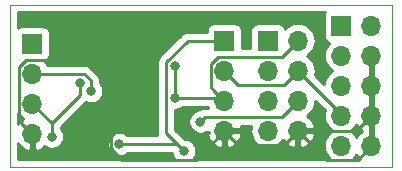
<source format=gbr>
G04 #@! TF.GenerationSoftware,KiCad,Pcbnew,(5.1.0)-1*
G04 #@! TF.CreationDate,2020-05-09T23:37:49+02:00*
G04 #@! TF.ProjectId,Token,546f6b65-6e2e-46b6-9963-61645f706362,rev?*
G04 #@! TF.SameCoordinates,Original*
G04 #@! TF.FileFunction,Copper,L2,Bot*
G04 #@! TF.FilePolarity,Positive*
%FSLAX46Y46*%
G04 Gerber Fmt 4.6, Leading zero omitted, Abs format (unit mm)*
G04 Created by KiCad (PCBNEW (5.1.0)-1) date 2020-05-09 23:37:49*
%MOMM*%
%LPD*%
G04 APERTURE LIST*
G04 #@! TA.AperFunction,NonConductor*
%ADD10C,0.050000*%
G04 #@! TD*
G04 #@! TA.AperFunction,ComponentPad*
%ADD11R,1.700000X1.700000*%
G04 #@! TD*
G04 #@! TA.AperFunction,ComponentPad*
%ADD12O,1.700000X1.700000*%
G04 #@! TD*
G04 #@! TA.AperFunction,ViaPad*
%ADD13C,0.800000*%
G04 #@! TD*
G04 #@! TA.AperFunction,Conductor*
%ADD14C,0.250000*%
G04 #@! TD*
G04 #@! TA.AperFunction,Conductor*
%ADD15C,0.254000*%
G04 #@! TD*
G04 APERTURE END LIST*
D10*
X138049000Y-49149000D02*
X138049000Y-48133000D01*
X170434000Y-49149000D02*
X138049000Y-49149000D01*
X138049000Y-35433000D02*
X138049000Y-48133000D01*
X170434000Y-35433000D02*
X138049000Y-35433000D01*
X170434000Y-49149000D02*
X170434000Y-35433000D01*
D11*
G04 #@! TO.P,J1,1*
G04 #@! TO.N,VCC*
X139954000Y-38735000D03*
D12*
G04 #@! TO.P,J1,2*
G04 #@! TO.N,TX_BUILDING*
X139954000Y-41275000D03*
G04 #@! TO.P,J1,3*
G04 #@! TO.N,RX_BUILDING*
X139954000Y-43815000D03*
G04 #@! TO.P,J1,4*
G04 #@! TO.N,GND*
X139954000Y-46355000D03*
G04 #@! TD*
G04 #@! TO.P,J2,4*
G04 #@! TO.N,GND*
X156210000Y-46101000D03*
G04 #@! TO.P,J2,3*
G04 #@! TO.N,TXD1_MISO*
X156210000Y-43561000D03*
G04 #@! TO.P,J2,2*
G04 #@! TO.N,RXD1_SCK*
X156210000Y-41021000D03*
D11*
G04 #@! TO.P,J2,1*
G04 #@! TO.N,VCC*
X156210000Y-38481000D03*
G04 #@! TD*
G04 #@! TO.P,J3,1*
G04 #@! TO.N,MOSI*
X166116000Y-37211000D03*
D12*
G04 #@! TO.P,J3,2*
G04 #@! TO.N,VCC*
X168656000Y-37211000D03*
G04 #@! TO.P,J3,3*
G04 #@! TO.N,Net-(J3-Pad3)*
X166116000Y-39751000D03*
G04 #@! TO.P,J3,4*
G04 #@! TO.N,GND*
X168656000Y-39751000D03*
G04 #@! TO.P,J3,5*
G04 #@! TO.N,RESET*
X166116000Y-42291000D03*
G04 #@! TO.P,J3,6*
G04 #@! TO.N,GND*
X168656000Y-42291000D03*
G04 #@! TO.P,J3,7*
G04 #@! TO.N,RXD1_SCK*
X166116000Y-44831000D03*
G04 #@! TO.P,J3,8*
G04 #@! TO.N,GND*
X168656000Y-44831000D03*
G04 #@! TO.P,J3,9*
G04 #@! TO.N,TXD1_MISO*
X166116000Y-47371000D03*
G04 #@! TO.P,J3,10*
G04 #@! TO.N,GND*
X168656000Y-47371000D03*
G04 #@! TD*
G04 #@! TO.P,J4,8*
G04 #@! TO.N,GND*
X162433000Y-46101000D03*
G04 #@! TO.P,J4,7*
G04 #@! TO.N,VCC*
X159893000Y-46101000D03*
G04 #@! TO.P,J4,6*
G04 #@! TO.N,CE*
X162433000Y-43561000D03*
G04 #@! TO.P,J4,5*
G04 #@! TO.N,CSN*
X159893000Y-43561000D03*
G04 #@! TO.P,J4,4*
G04 #@! TO.N,RXD1_SCK*
X162433000Y-41021000D03*
G04 #@! TO.P,J4,3*
G04 #@! TO.N,MOSI*
X159893000Y-41021000D03*
G04 #@! TO.P,J4,2*
G04 #@! TO.N,TXD1_MISO*
X162433000Y-38481000D03*
D11*
G04 #@! TO.P,J4,1*
G04 #@! TO.N,IRQ*
X159893000Y-38481000D03*
G04 #@! TD*
D13*
G04 #@! TO.N,TX_BUILDING*
X144907000Y-42762000D03*
G04 #@! TO.N,RX_BUILDING*
X141605000Y-46609000D03*
X144018000Y-42037000D03*
G04 #@! TO.N,GND*
X143383000Y-39370000D03*
X147574000Y-37973000D03*
G04 #@! TO.N,VCC*
X152781000Y-47821001D03*
X147320000Y-47244000D03*
G04 #@! TO.N,TXD1_MISO*
X152019000Y-40640000D03*
X152019000Y-43307000D03*
G04 #@! TO.N,CE*
X154178000Y-45339000D03*
G04 #@! TD*
D14*
G04 #@! TO.N,TX_BUILDING*
X141156081Y-41275000D02*
X139954000Y-41275000D01*
X144329002Y-41275000D02*
X141156081Y-41275000D01*
X144907000Y-41852998D02*
X144329002Y-41275000D01*
X144907000Y-42762000D02*
X144907000Y-41852998D01*
G04 #@! TO.N,RX_BUILDING*
X141605000Y-45466000D02*
X139954000Y-43815000D01*
X141605000Y-46609000D02*
X141605000Y-45466000D01*
X144018000Y-43053000D02*
X141605000Y-45466000D01*
X144018000Y-42037000D02*
X144018000Y-43053000D01*
G04 #@! TO.N,GND*
X167386000Y-46101000D02*
X168656000Y-44831000D01*
X162433000Y-46101000D02*
X167386000Y-46101000D01*
X139104001Y-45505001D02*
X139954000Y-46355000D01*
X138778999Y-45179999D02*
X139104001Y-45505001D01*
X138778999Y-40710999D02*
X138778999Y-45179999D01*
X139389999Y-40099999D02*
X138778999Y-40710999D01*
X142653001Y-40099999D02*
X139389999Y-40099999D01*
X143383000Y-39370000D02*
X142653001Y-40099999D01*
X143383000Y-39370000D02*
X146177000Y-39370000D01*
X146177000Y-39370000D02*
X147574000Y-37973000D01*
X163282999Y-46950999D02*
X162433000Y-46101000D01*
X164878001Y-48546001D02*
X163282999Y-46950999D01*
X167480999Y-48546001D02*
X164878001Y-48546001D01*
X168656000Y-47371000D02*
X167480999Y-48546001D01*
X161583001Y-46950999D02*
X162433000Y-46101000D01*
X161257999Y-47276001D02*
X161583001Y-46950999D01*
X157385001Y-47276001D02*
X161257999Y-47276001D01*
X156210000Y-46101000D02*
X157385001Y-47276001D01*
X147174001Y-38372999D02*
X147574000Y-37973000D01*
X146594999Y-38952001D02*
X147174001Y-38372999D01*
X146594999Y-47592001D02*
X146594999Y-38952001D01*
X147549000Y-48546002D02*
X146594999Y-47592001D01*
X153764998Y-48546002D02*
X147549000Y-48546002D01*
X156210000Y-46101000D02*
X153764998Y-48546002D01*
G04 #@! TO.N,VCC*
X155110000Y-38481000D02*
X156210000Y-38481000D01*
X153104998Y-38481000D02*
X155110000Y-38481000D01*
X151293999Y-40291999D02*
X153104998Y-38481000D01*
X151293999Y-46334000D02*
X151293999Y-40291999D01*
X152781000Y-47821001D02*
X151293999Y-46334000D01*
X152203999Y-47244000D02*
X152781000Y-47821001D01*
X147320000Y-47244000D02*
X152203999Y-47244000D01*
G04 #@! TO.N,RXD1_SCK*
X166116000Y-44704000D02*
X166116000Y-44831000D01*
X162433000Y-41021000D02*
X166116000Y-44704000D01*
X157059999Y-41870999D02*
X156210000Y-41021000D01*
X157385001Y-42196001D02*
X157059999Y-41870999D01*
X161257999Y-42196001D02*
X157385001Y-42196001D01*
X162433000Y-41021000D02*
X161257999Y-42196001D01*
G04 #@! TO.N,TXD1_MISO*
X152019000Y-40640000D02*
X152019000Y-43307000D01*
X155956000Y-43307000D02*
X156210000Y-43561000D01*
X152019000Y-43307000D02*
X155956000Y-43307000D01*
X155360001Y-42711001D02*
X156210000Y-43561000D01*
X155034999Y-42385999D02*
X155360001Y-42711001D01*
X155034999Y-40456999D02*
X155034999Y-42385999D01*
X155645999Y-39845999D02*
X155034999Y-40456999D01*
X161068001Y-39845999D02*
X155645999Y-39845999D01*
X162433000Y-38481000D02*
X161068001Y-39845999D01*
G04 #@! TO.N,CE*
X161583001Y-44410999D02*
X162433000Y-43561000D01*
X161068001Y-44925999D02*
X161583001Y-44410999D01*
X154591001Y-44925999D02*
X161068001Y-44925999D01*
X154178000Y-45339000D02*
X154591001Y-44925999D01*
G04 #@! TD*
D15*
G04 #@! TO.N,GND*
G36*
X167558412Y-48371269D02*
G01*
X167689023Y-48489000D01*
X167094532Y-48489000D01*
X167171134Y-48426134D01*
X167356706Y-48200014D01*
X167387584Y-48142244D01*
X167558412Y-48371269D01*
X167558412Y-48371269D01*
G37*
X167558412Y-48371269D02*
X167689023Y-48489000D01*
X167094532Y-48489000D01*
X167171134Y-48426134D01*
X167356706Y-48200014D01*
X167387584Y-48142244D01*
X167558412Y-48371269D01*
G36*
X164676498Y-36116820D02*
G01*
X164640188Y-36236518D01*
X164627928Y-36361000D01*
X164627928Y-38061000D01*
X164640188Y-38185482D01*
X164676498Y-38305180D01*
X164735463Y-38415494D01*
X164814815Y-38512185D01*
X164911506Y-38591537D01*
X165021820Y-38650502D01*
X165090687Y-38671393D01*
X165060866Y-38695866D01*
X164875294Y-38921986D01*
X164737401Y-39179966D01*
X164652487Y-39459889D01*
X164623815Y-39751000D01*
X164652487Y-40042111D01*
X164737401Y-40322034D01*
X164875294Y-40580014D01*
X165060866Y-40806134D01*
X165286986Y-40991706D01*
X165341791Y-41021000D01*
X165286986Y-41050294D01*
X165060866Y-41235866D01*
X164875294Y-41461986D01*
X164737401Y-41719966D01*
X164652487Y-41999889D01*
X164637622Y-42150820D01*
X163873797Y-41386996D01*
X163896513Y-41312111D01*
X163925185Y-41021000D01*
X163896513Y-40729889D01*
X163811599Y-40449966D01*
X163673706Y-40191986D01*
X163488134Y-39965866D01*
X163262014Y-39780294D01*
X163207209Y-39751000D01*
X163262014Y-39721706D01*
X163488134Y-39536134D01*
X163673706Y-39310014D01*
X163811599Y-39052034D01*
X163896513Y-38772111D01*
X163925185Y-38481000D01*
X163896513Y-38189889D01*
X163811599Y-37909966D01*
X163673706Y-37651986D01*
X163488134Y-37425866D01*
X163262014Y-37240294D01*
X163004034Y-37102401D01*
X162724111Y-37017487D01*
X162505950Y-36996000D01*
X162360050Y-36996000D01*
X162141889Y-37017487D01*
X161861966Y-37102401D01*
X161603986Y-37240294D01*
X161377866Y-37425866D01*
X161353393Y-37455687D01*
X161332502Y-37386820D01*
X161273537Y-37276506D01*
X161194185Y-37179815D01*
X161097494Y-37100463D01*
X160987180Y-37041498D01*
X160867482Y-37005188D01*
X160743000Y-36992928D01*
X159043000Y-36992928D01*
X158918518Y-37005188D01*
X158798820Y-37041498D01*
X158688506Y-37100463D01*
X158591815Y-37179815D01*
X158512463Y-37276506D01*
X158453498Y-37386820D01*
X158417188Y-37506518D01*
X158404928Y-37631000D01*
X158404928Y-39085999D01*
X157698072Y-39085999D01*
X157698072Y-37631000D01*
X157685812Y-37506518D01*
X157649502Y-37386820D01*
X157590537Y-37276506D01*
X157511185Y-37179815D01*
X157414494Y-37100463D01*
X157304180Y-37041498D01*
X157184482Y-37005188D01*
X157060000Y-36992928D01*
X155360000Y-36992928D01*
X155235518Y-37005188D01*
X155115820Y-37041498D01*
X155005506Y-37100463D01*
X154908815Y-37179815D01*
X154829463Y-37276506D01*
X154770498Y-37386820D01*
X154734188Y-37506518D01*
X154721928Y-37631000D01*
X154721928Y-37721000D01*
X153142320Y-37721000D01*
X153104997Y-37717324D01*
X153067674Y-37721000D01*
X153067665Y-37721000D01*
X152956012Y-37731997D01*
X152812751Y-37775454D01*
X152680722Y-37846026D01*
X152564997Y-37940999D01*
X152541199Y-37969997D01*
X150782997Y-39728200D01*
X150753999Y-39751998D01*
X150730201Y-39780996D01*
X150730200Y-39780997D01*
X150659025Y-39867723D01*
X150588453Y-39999753D01*
X150558179Y-40099557D01*
X150546444Y-40138245D01*
X150544997Y-40143014D01*
X150530323Y-40291999D01*
X150534000Y-40329331D01*
X150533999Y-46296677D01*
X150530323Y-46334000D01*
X150533999Y-46371322D01*
X150533999Y-46371332D01*
X150544996Y-46482985D01*
X150545304Y-46484000D01*
X148023711Y-46484000D01*
X147979774Y-46440063D01*
X147810256Y-46326795D01*
X147621898Y-46248774D01*
X147421939Y-46209000D01*
X147218061Y-46209000D01*
X147018102Y-46248774D01*
X146829744Y-46326795D01*
X146660226Y-46440063D01*
X146516063Y-46584226D01*
X146402795Y-46753744D01*
X146324774Y-46942102D01*
X146285000Y-47142061D01*
X146285000Y-47345939D01*
X146324774Y-47545898D01*
X146402795Y-47734256D01*
X146516063Y-47903774D01*
X146660226Y-48047937D01*
X146829744Y-48161205D01*
X147018102Y-48239226D01*
X147218061Y-48279000D01*
X147421939Y-48279000D01*
X147621898Y-48239226D01*
X147810256Y-48161205D01*
X147979774Y-48047937D01*
X148023711Y-48004000D01*
X151762124Y-48004000D01*
X151785774Y-48122899D01*
X151863795Y-48311257D01*
X151977063Y-48480775D01*
X151985288Y-48489000D01*
X138709000Y-48489000D01*
X138709000Y-47157637D01*
X138856412Y-47355269D01*
X139072645Y-47550178D01*
X139322748Y-47699157D01*
X139597109Y-47796481D01*
X139827000Y-47675814D01*
X139827000Y-46482000D01*
X139807000Y-46482000D01*
X139807000Y-46228000D01*
X139827000Y-46228000D01*
X139827000Y-46208000D01*
X140081000Y-46208000D01*
X140081000Y-46228000D01*
X140101000Y-46228000D01*
X140101000Y-46482000D01*
X140081000Y-46482000D01*
X140081000Y-47675814D01*
X140310891Y-47796481D01*
X140585252Y-47699157D01*
X140835355Y-47550178D01*
X140969567Y-47429201D01*
X141114744Y-47526205D01*
X141303102Y-47604226D01*
X141503061Y-47644000D01*
X141706939Y-47644000D01*
X141906898Y-47604226D01*
X142095256Y-47526205D01*
X142264774Y-47412937D01*
X142408937Y-47268774D01*
X142522205Y-47099256D01*
X142600226Y-46910898D01*
X142640000Y-46710939D01*
X142640000Y-46507061D01*
X142600226Y-46307102D01*
X142522205Y-46118744D01*
X142408937Y-45949226D01*
X142365000Y-45905289D01*
X142365000Y-45780801D01*
X144451995Y-43693807D01*
X144605102Y-43757226D01*
X144805061Y-43797000D01*
X145008939Y-43797000D01*
X145208898Y-43757226D01*
X145397256Y-43679205D01*
X145566774Y-43565937D01*
X145710937Y-43421774D01*
X145824205Y-43252256D01*
X145902226Y-43063898D01*
X145942000Y-42863939D01*
X145942000Y-42660061D01*
X145902226Y-42460102D01*
X145824205Y-42271744D01*
X145710937Y-42102226D01*
X145667000Y-42058289D01*
X145667000Y-41890331D01*
X145670677Y-41852998D01*
X145656003Y-41704012D01*
X145612546Y-41560751D01*
X145541974Y-41428722D01*
X145470799Y-41341995D01*
X145447001Y-41312997D01*
X145418002Y-41289198D01*
X144892805Y-40764002D01*
X144869003Y-40734999D01*
X144753278Y-40640026D01*
X144621249Y-40569454D01*
X144477988Y-40525997D01*
X144366335Y-40515000D01*
X144366324Y-40515000D01*
X144329002Y-40511324D01*
X144291680Y-40515000D01*
X141231595Y-40515000D01*
X141194706Y-40445986D01*
X141009134Y-40219866D01*
X140979313Y-40195393D01*
X141048180Y-40174502D01*
X141158494Y-40115537D01*
X141255185Y-40036185D01*
X141334537Y-39939494D01*
X141393502Y-39829180D01*
X141429812Y-39709482D01*
X141442072Y-39585000D01*
X141442072Y-37885000D01*
X141429812Y-37760518D01*
X141393502Y-37640820D01*
X141334537Y-37530506D01*
X141255185Y-37433815D01*
X141158494Y-37354463D01*
X141048180Y-37295498D01*
X140928482Y-37259188D01*
X140804000Y-37246928D01*
X139104000Y-37246928D01*
X138979518Y-37259188D01*
X138859820Y-37295498D01*
X138749506Y-37354463D01*
X138709000Y-37387705D01*
X138709000Y-36093000D01*
X164689230Y-36093000D01*
X164676498Y-36116820D01*
X164676498Y-36116820D01*
G37*
X164676498Y-36116820D02*
X164640188Y-36236518D01*
X164627928Y-36361000D01*
X164627928Y-38061000D01*
X164640188Y-38185482D01*
X164676498Y-38305180D01*
X164735463Y-38415494D01*
X164814815Y-38512185D01*
X164911506Y-38591537D01*
X165021820Y-38650502D01*
X165090687Y-38671393D01*
X165060866Y-38695866D01*
X164875294Y-38921986D01*
X164737401Y-39179966D01*
X164652487Y-39459889D01*
X164623815Y-39751000D01*
X164652487Y-40042111D01*
X164737401Y-40322034D01*
X164875294Y-40580014D01*
X165060866Y-40806134D01*
X165286986Y-40991706D01*
X165341791Y-41021000D01*
X165286986Y-41050294D01*
X165060866Y-41235866D01*
X164875294Y-41461986D01*
X164737401Y-41719966D01*
X164652487Y-41999889D01*
X164637622Y-42150820D01*
X163873797Y-41386996D01*
X163896513Y-41312111D01*
X163925185Y-41021000D01*
X163896513Y-40729889D01*
X163811599Y-40449966D01*
X163673706Y-40191986D01*
X163488134Y-39965866D01*
X163262014Y-39780294D01*
X163207209Y-39751000D01*
X163262014Y-39721706D01*
X163488134Y-39536134D01*
X163673706Y-39310014D01*
X163811599Y-39052034D01*
X163896513Y-38772111D01*
X163925185Y-38481000D01*
X163896513Y-38189889D01*
X163811599Y-37909966D01*
X163673706Y-37651986D01*
X163488134Y-37425866D01*
X163262014Y-37240294D01*
X163004034Y-37102401D01*
X162724111Y-37017487D01*
X162505950Y-36996000D01*
X162360050Y-36996000D01*
X162141889Y-37017487D01*
X161861966Y-37102401D01*
X161603986Y-37240294D01*
X161377866Y-37425866D01*
X161353393Y-37455687D01*
X161332502Y-37386820D01*
X161273537Y-37276506D01*
X161194185Y-37179815D01*
X161097494Y-37100463D01*
X160987180Y-37041498D01*
X160867482Y-37005188D01*
X160743000Y-36992928D01*
X159043000Y-36992928D01*
X158918518Y-37005188D01*
X158798820Y-37041498D01*
X158688506Y-37100463D01*
X158591815Y-37179815D01*
X158512463Y-37276506D01*
X158453498Y-37386820D01*
X158417188Y-37506518D01*
X158404928Y-37631000D01*
X158404928Y-39085999D01*
X157698072Y-39085999D01*
X157698072Y-37631000D01*
X157685812Y-37506518D01*
X157649502Y-37386820D01*
X157590537Y-37276506D01*
X157511185Y-37179815D01*
X157414494Y-37100463D01*
X157304180Y-37041498D01*
X157184482Y-37005188D01*
X157060000Y-36992928D01*
X155360000Y-36992928D01*
X155235518Y-37005188D01*
X155115820Y-37041498D01*
X155005506Y-37100463D01*
X154908815Y-37179815D01*
X154829463Y-37276506D01*
X154770498Y-37386820D01*
X154734188Y-37506518D01*
X154721928Y-37631000D01*
X154721928Y-37721000D01*
X153142320Y-37721000D01*
X153104997Y-37717324D01*
X153067674Y-37721000D01*
X153067665Y-37721000D01*
X152956012Y-37731997D01*
X152812751Y-37775454D01*
X152680722Y-37846026D01*
X152564997Y-37940999D01*
X152541199Y-37969997D01*
X150782997Y-39728200D01*
X150753999Y-39751998D01*
X150730201Y-39780996D01*
X150730200Y-39780997D01*
X150659025Y-39867723D01*
X150588453Y-39999753D01*
X150558179Y-40099557D01*
X150546444Y-40138245D01*
X150544997Y-40143014D01*
X150530323Y-40291999D01*
X150534000Y-40329331D01*
X150533999Y-46296677D01*
X150530323Y-46334000D01*
X150533999Y-46371322D01*
X150533999Y-46371332D01*
X150544996Y-46482985D01*
X150545304Y-46484000D01*
X148023711Y-46484000D01*
X147979774Y-46440063D01*
X147810256Y-46326795D01*
X147621898Y-46248774D01*
X147421939Y-46209000D01*
X147218061Y-46209000D01*
X147018102Y-46248774D01*
X146829744Y-46326795D01*
X146660226Y-46440063D01*
X146516063Y-46584226D01*
X146402795Y-46753744D01*
X146324774Y-46942102D01*
X146285000Y-47142061D01*
X146285000Y-47345939D01*
X146324774Y-47545898D01*
X146402795Y-47734256D01*
X146516063Y-47903774D01*
X146660226Y-48047937D01*
X146829744Y-48161205D01*
X147018102Y-48239226D01*
X147218061Y-48279000D01*
X147421939Y-48279000D01*
X147621898Y-48239226D01*
X147810256Y-48161205D01*
X147979774Y-48047937D01*
X148023711Y-48004000D01*
X151762124Y-48004000D01*
X151785774Y-48122899D01*
X151863795Y-48311257D01*
X151977063Y-48480775D01*
X151985288Y-48489000D01*
X138709000Y-48489000D01*
X138709000Y-47157637D01*
X138856412Y-47355269D01*
X139072645Y-47550178D01*
X139322748Y-47699157D01*
X139597109Y-47796481D01*
X139827000Y-47675814D01*
X139827000Y-46482000D01*
X139807000Y-46482000D01*
X139807000Y-46228000D01*
X139827000Y-46228000D01*
X139827000Y-46208000D01*
X140081000Y-46208000D01*
X140081000Y-46228000D01*
X140101000Y-46228000D01*
X140101000Y-46482000D01*
X140081000Y-46482000D01*
X140081000Y-47675814D01*
X140310891Y-47796481D01*
X140585252Y-47699157D01*
X140835355Y-47550178D01*
X140969567Y-47429201D01*
X141114744Y-47526205D01*
X141303102Y-47604226D01*
X141503061Y-47644000D01*
X141706939Y-47644000D01*
X141906898Y-47604226D01*
X142095256Y-47526205D01*
X142264774Y-47412937D01*
X142408937Y-47268774D01*
X142522205Y-47099256D01*
X142600226Y-46910898D01*
X142640000Y-46710939D01*
X142640000Y-46507061D01*
X142600226Y-46307102D01*
X142522205Y-46118744D01*
X142408937Y-45949226D01*
X142365000Y-45905289D01*
X142365000Y-45780801D01*
X144451995Y-43693807D01*
X144605102Y-43757226D01*
X144805061Y-43797000D01*
X145008939Y-43797000D01*
X145208898Y-43757226D01*
X145397256Y-43679205D01*
X145566774Y-43565937D01*
X145710937Y-43421774D01*
X145824205Y-43252256D01*
X145902226Y-43063898D01*
X145942000Y-42863939D01*
X145942000Y-42660061D01*
X145902226Y-42460102D01*
X145824205Y-42271744D01*
X145710937Y-42102226D01*
X145667000Y-42058289D01*
X145667000Y-41890331D01*
X145670677Y-41852998D01*
X145656003Y-41704012D01*
X145612546Y-41560751D01*
X145541974Y-41428722D01*
X145470799Y-41341995D01*
X145447001Y-41312997D01*
X145418002Y-41289198D01*
X144892805Y-40764002D01*
X144869003Y-40734999D01*
X144753278Y-40640026D01*
X144621249Y-40569454D01*
X144477988Y-40525997D01*
X144366335Y-40515000D01*
X144366324Y-40515000D01*
X144329002Y-40511324D01*
X144291680Y-40515000D01*
X141231595Y-40515000D01*
X141194706Y-40445986D01*
X141009134Y-40219866D01*
X140979313Y-40195393D01*
X141048180Y-40174502D01*
X141158494Y-40115537D01*
X141255185Y-40036185D01*
X141334537Y-39939494D01*
X141393502Y-39829180D01*
X141429812Y-39709482D01*
X141442072Y-39585000D01*
X141442072Y-37885000D01*
X141429812Y-37760518D01*
X141393502Y-37640820D01*
X141334537Y-37530506D01*
X141255185Y-37433815D01*
X141158494Y-37354463D01*
X141048180Y-37295498D01*
X140928482Y-37259188D01*
X140804000Y-37246928D01*
X139104000Y-37246928D01*
X138979518Y-37259188D01*
X138859820Y-37295498D01*
X138749506Y-37354463D01*
X138709000Y-37387705D01*
X138709000Y-36093000D01*
X164689230Y-36093000D01*
X164676498Y-36116820D01*
G36*
X164704762Y-44367563D02*
G01*
X164652487Y-44539889D01*
X164623815Y-44831000D01*
X164652487Y-45122111D01*
X164737401Y-45402034D01*
X164875294Y-45660014D01*
X165060866Y-45886134D01*
X165286986Y-46071706D01*
X165341791Y-46101000D01*
X165286986Y-46130294D01*
X165060866Y-46315866D01*
X164875294Y-46541986D01*
X164737401Y-46799966D01*
X164652487Y-47079889D01*
X164623815Y-47371000D01*
X164652487Y-47662111D01*
X164737401Y-47942034D01*
X164875294Y-48200014D01*
X165060866Y-48426134D01*
X165137468Y-48489000D01*
X153576712Y-48489000D01*
X153584937Y-48480775D01*
X153698205Y-48311257D01*
X153776226Y-48122899D01*
X153816000Y-47922940D01*
X153816000Y-47719062D01*
X153776226Y-47519103D01*
X153698205Y-47330745D01*
X153584937Y-47161227D01*
X153440774Y-47017064D01*
X153271256Y-46903796D01*
X153082898Y-46825775D01*
X152882939Y-46786001D01*
X152820802Y-46786001D01*
X152767800Y-46732999D01*
X152744000Y-46703999D01*
X152715000Y-46680199D01*
X152053999Y-46019199D01*
X152053999Y-44342000D01*
X152120939Y-44342000D01*
X152320898Y-44302226D01*
X152509256Y-44224205D01*
X152678774Y-44110937D01*
X152722711Y-44067000D01*
X154811673Y-44067000D01*
X154831401Y-44132034D01*
X154849556Y-44165999D01*
X154628334Y-44165999D01*
X154591001Y-44162322D01*
X154553668Y-44165999D01*
X154442015Y-44176996D01*
X154298754Y-44220453D01*
X154166725Y-44291025D01*
X154150915Y-44304000D01*
X154076061Y-44304000D01*
X153876102Y-44343774D01*
X153687744Y-44421795D01*
X153518226Y-44535063D01*
X153374063Y-44679226D01*
X153260795Y-44848744D01*
X153182774Y-45037102D01*
X153143000Y-45237061D01*
X153143000Y-45440939D01*
X153182774Y-45640898D01*
X153260795Y-45829256D01*
X153374063Y-45998774D01*
X153518226Y-46142937D01*
X153687744Y-46256205D01*
X153876102Y-46334226D01*
X154076061Y-46374000D01*
X154279939Y-46374000D01*
X154479898Y-46334226D01*
X154668256Y-46256205D01*
X154725000Y-46218290D01*
X154725000Y-46228002D01*
X154889844Y-46228002D01*
X154768524Y-46457890D01*
X154813175Y-46605099D01*
X154938359Y-46867920D01*
X155112412Y-47101269D01*
X155328645Y-47296178D01*
X155578748Y-47445157D01*
X155853109Y-47542481D01*
X156083000Y-47421814D01*
X156083000Y-46228000D01*
X156337000Y-46228000D01*
X156337000Y-47421814D01*
X156566891Y-47542481D01*
X156841252Y-47445157D01*
X157091355Y-47296178D01*
X157307588Y-47101269D01*
X157481641Y-46867920D01*
X157606825Y-46605099D01*
X157651476Y-46457890D01*
X157530155Y-46228000D01*
X156337000Y-46228000D01*
X156083000Y-46228000D01*
X156063000Y-46228000D01*
X156063000Y-45974000D01*
X156083000Y-45974000D01*
X156083000Y-45954000D01*
X156337000Y-45954000D01*
X156337000Y-45974000D01*
X157530155Y-45974000D01*
X157651476Y-45744110D01*
X157633850Y-45685999D01*
X158467069Y-45685999D01*
X158429487Y-45809889D01*
X158400815Y-46101000D01*
X158429487Y-46392111D01*
X158514401Y-46672034D01*
X158652294Y-46930014D01*
X158837866Y-47156134D01*
X159063986Y-47341706D01*
X159321966Y-47479599D01*
X159601889Y-47564513D01*
X159820050Y-47586000D01*
X159965950Y-47586000D01*
X160184111Y-47564513D01*
X160464034Y-47479599D01*
X160722014Y-47341706D01*
X160948134Y-47156134D01*
X161133706Y-46930014D01*
X161164584Y-46872244D01*
X161335412Y-47101269D01*
X161551645Y-47296178D01*
X161801748Y-47445157D01*
X162076109Y-47542481D01*
X162306000Y-47421814D01*
X162306000Y-46228000D01*
X162560000Y-46228000D01*
X162560000Y-47421814D01*
X162789891Y-47542481D01*
X163064252Y-47445157D01*
X163314355Y-47296178D01*
X163530588Y-47101269D01*
X163704641Y-46867920D01*
X163829825Y-46605099D01*
X163874476Y-46457890D01*
X163753155Y-46228000D01*
X162560000Y-46228000D01*
X162306000Y-46228000D01*
X162286000Y-46228000D01*
X162286000Y-45974000D01*
X162306000Y-45974000D01*
X162306000Y-45954000D01*
X162560000Y-45954000D01*
X162560000Y-45974000D01*
X163753155Y-45974000D01*
X163874476Y-45744110D01*
X163829825Y-45596901D01*
X163704641Y-45334080D01*
X163530588Y-45100731D01*
X163314355Y-44905822D01*
X163197477Y-44836201D01*
X163262014Y-44801706D01*
X163488134Y-44616134D01*
X163673706Y-44390014D01*
X163811599Y-44132034D01*
X163896513Y-43852111D01*
X163922765Y-43585567D01*
X164704762Y-44367563D01*
X164704762Y-44367563D01*
G37*
X164704762Y-44367563D02*
X164652487Y-44539889D01*
X164623815Y-44831000D01*
X164652487Y-45122111D01*
X164737401Y-45402034D01*
X164875294Y-45660014D01*
X165060866Y-45886134D01*
X165286986Y-46071706D01*
X165341791Y-46101000D01*
X165286986Y-46130294D01*
X165060866Y-46315866D01*
X164875294Y-46541986D01*
X164737401Y-46799966D01*
X164652487Y-47079889D01*
X164623815Y-47371000D01*
X164652487Y-47662111D01*
X164737401Y-47942034D01*
X164875294Y-48200014D01*
X165060866Y-48426134D01*
X165137468Y-48489000D01*
X153576712Y-48489000D01*
X153584937Y-48480775D01*
X153698205Y-48311257D01*
X153776226Y-48122899D01*
X153816000Y-47922940D01*
X153816000Y-47719062D01*
X153776226Y-47519103D01*
X153698205Y-47330745D01*
X153584937Y-47161227D01*
X153440774Y-47017064D01*
X153271256Y-46903796D01*
X153082898Y-46825775D01*
X152882939Y-46786001D01*
X152820802Y-46786001D01*
X152767800Y-46732999D01*
X152744000Y-46703999D01*
X152715000Y-46680199D01*
X152053999Y-46019199D01*
X152053999Y-44342000D01*
X152120939Y-44342000D01*
X152320898Y-44302226D01*
X152509256Y-44224205D01*
X152678774Y-44110937D01*
X152722711Y-44067000D01*
X154811673Y-44067000D01*
X154831401Y-44132034D01*
X154849556Y-44165999D01*
X154628334Y-44165999D01*
X154591001Y-44162322D01*
X154553668Y-44165999D01*
X154442015Y-44176996D01*
X154298754Y-44220453D01*
X154166725Y-44291025D01*
X154150915Y-44304000D01*
X154076061Y-44304000D01*
X153876102Y-44343774D01*
X153687744Y-44421795D01*
X153518226Y-44535063D01*
X153374063Y-44679226D01*
X153260795Y-44848744D01*
X153182774Y-45037102D01*
X153143000Y-45237061D01*
X153143000Y-45440939D01*
X153182774Y-45640898D01*
X153260795Y-45829256D01*
X153374063Y-45998774D01*
X153518226Y-46142937D01*
X153687744Y-46256205D01*
X153876102Y-46334226D01*
X154076061Y-46374000D01*
X154279939Y-46374000D01*
X154479898Y-46334226D01*
X154668256Y-46256205D01*
X154725000Y-46218290D01*
X154725000Y-46228002D01*
X154889844Y-46228002D01*
X154768524Y-46457890D01*
X154813175Y-46605099D01*
X154938359Y-46867920D01*
X155112412Y-47101269D01*
X155328645Y-47296178D01*
X155578748Y-47445157D01*
X155853109Y-47542481D01*
X156083000Y-47421814D01*
X156083000Y-46228000D01*
X156337000Y-46228000D01*
X156337000Y-47421814D01*
X156566891Y-47542481D01*
X156841252Y-47445157D01*
X157091355Y-47296178D01*
X157307588Y-47101269D01*
X157481641Y-46867920D01*
X157606825Y-46605099D01*
X157651476Y-46457890D01*
X157530155Y-46228000D01*
X156337000Y-46228000D01*
X156083000Y-46228000D01*
X156063000Y-46228000D01*
X156063000Y-45974000D01*
X156083000Y-45974000D01*
X156083000Y-45954000D01*
X156337000Y-45954000D01*
X156337000Y-45974000D01*
X157530155Y-45974000D01*
X157651476Y-45744110D01*
X157633850Y-45685999D01*
X158467069Y-45685999D01*
X158429487Y-45809889D01*
X158400815Y-46101000D01*
X158429487Y-46392111D01*
X158514401Y-46672034D01*
X158652294Y-46930014D01*
X158837866Y-47156134D01*
X159063986Y-47341706D01*
X159321966Y-47479599D01*
X159601889Y-47564513D01*
X159820050Y-47586000D01*
X159965950Y-47586000D01*
X160184111Y-47564513D01*
X160464034Y-47479599D01*
X160722014Y-47341706D01*
X160948134Y-47156134D01*
X161133706Y-46930014D01*
X161164584Y-46872244D01*
X161335412Y-47101269D01*
X161551645Y-47296178D01*
X161801748Y-47445157D01*
X162076109Y-47542481D01*
X162306000Y-47421814D01*
X162306000Y-46228000D01*
X162560000Y-46228000D01*
X162560000Y-47421814D01*
X162789891Y-47542481D01*
X163064252Y-47445157D01*
X163314355Y-47296178D01*
X163530588Y-47101269D01*
X163704641Y-46867920D01*
X163829825Y-46605099D01*
X163874476Y-46457890D01*
X163753155Y-46228000D01*
X162560000Y-46228000D01*
X162306000Y-46228000D01*
X162286000Y-46228000D01*
X162286000Y-45974000D01*
X162306000Y-45974000D01*
X162306000Y-45954000D01*
X162560000Y-45954000D01*
X162560000Y-45974000D01*
X163753155Y-45974000D01*
X163874476Y-45744110D01*
X163829825Y-45596901D01*
X163704641Y-45334080D01*
X163530588Y-45100731D01*
X163314355Y-44905822D01*
X163197477Y-44836201D01*
X163262014Y-44801706D01*
X163488134Y-44616134D01*
X163673706Y-44390014D01*
X163811599Y-44132034D01*
X163896513Y-43852111D01*
X163922765Y-43585567D01*
X164704762Y-44367563D01*
G36*
X168783000Y-39624000D02*
G01*
X168803000Y-39624000D01*
X168803000Y-39878000D01*
X168783000Y-39878000D01*
X168783000Y-42164000D01*
X168803000Y-42164000D01*
X168803000Y-42418000D01*
X168783000Y-42418000D01*
X168783000Y-44704000D01*
X168803000Y-44704000D01*
X168803000Y-44958000D01*
X168783000Y-44958000D01*
X168783000Y-47244000D01*
X168803000Y-47244000D01*
X168803000Y-47498000D01*
X168783000Y-47498000D01*
X168783000Y-47518000D01*
X168529000Y-47518000D01*
X168529000Y-47498000D01*
X168509000Y-47498000D01*
X168509000Y-47244000D01*
X168529000Y-47244000D01*
X168529000Y-44958000D01*
X168509000Y-44958000D01*
X168509000Y-44704000D01*
X168529000Y-44704000D01*
X168529000Y-42418000D01*
X168509000Y-42418000D01*
X168509000Y-42164000D01*
X168529000Y-42164000D01*
X168529000Y-39878000D01*
X168509000Y-39878000D01*
X168509000Y-39624000D01*
X168529000Y-39624000D01*
X168529000Y-39604000D01*
X168783000Y-39604000D01*
X168783000Y-39624000D01*
X168783000Y-39624000D01*
G37*
X168783000Y-39624000D02*
X168803000Y-39624000D01*
X168803000Y-39878000D01*
X168783000Y-39878000D01*
X168783000Y-42164000D01*
X168803000Y-42164000D01*
X168803000Y-42418000D01*
X168783000Y-42418000D01*
X168783000Y-44704000D01*
X168803000Y-44704000D01*
X168803000Y-44958000D01*
X168783000Y-44958000D01*
X168783000Y-47244000D01*
X168803000Y-47244000D01*
X168803000Y-47498000D01*
X168783000Y-47498000D01*
X168783000Y-47518000D01*
X168529000Y-47518000D01*
X168529000Y-47498000D01*
X168509000Y-47498000D01*
X168509000Y-47244000D01*
X168529000Y-47244000D01*
X168529000Y-44958000D01*
X168509000Y-44958000D01*
X168509000Y-44704000D01*
X168529000Y-44704000D01*
X168529000Y-42418000D01*
X168509000Y-42418000D01*
X168509000Y-42164000D01*
X168529000Y-42164000D01*
X168529000Y-39878000D01*
X168509000Y-39878000D01*
X168509000Y-39624000D01*
X168529000Y-39624000D01*
X168529000Y-39604000D01*
X168783000Y-39604000D01*
X168783000Y-39624000D01*
G36*
X167558412Y-45831269D02*
G01*
X167774645Y-46026178D01*
X167900255Y-46101000D01*
X167774645Y-46175822D01*
X167558412Y-46370731D01*
X167387584Y-46599756D01*
X167356706Y-46541986D01*
X167171134Y-46315866D01*
X166945014Y-46130294D01*
X166890209Y-46101000D01*
X166945014Y-46071706D01*
X167171134Y-45886134D01*
X167356706Y-45660014D01*
X167387584Y-45602244D01*
X167558412Y-45831269D01*
X167558412Y-45831269D01*
G37*
X167558412Y-45831269D02*
X167774645Y-46026178D01*
X167900255Y-46101000D01*
X167774645Y-46175822D01*
X167558412Y-46370731D01*
X167387584Y-46599756D01*
X167356706Y-46541986D01*
X167171134Y-46315866D01*
X166945014Y-46130294D01*
X166890209Y-46101000D01*
X166945014Y-46071706D01*
X167171134Y-45886134D01*
X167356706Y-45660014D01*
X167387584Y-45602244D01*
X167558412Y-45831269D01*
G36*
X138713294Y-44644014D02*
G01*
X138898866Y-44870134D01*
X139124986Y-45055706D01*
X139189523Y-45090201D01*
X139072645Y-45159822D01*
X138856412Y-45354731D01*
X138709000Y-45552363D01*
X138709000Y-44635980D01*
X138713294Y-44644014D01*
X138713294Y-44644014D01*
G37*
X138713294Y-44644014D02*
X138898866Y-44870134D01*
X139124986Y-45055706D01*
X139189523Y-45090201D01*
X139072645Y-45159822D01*
X138856412Y-45354731D01*
X138709000Y-45552363D01*
X138709000Y-44635980D01*
X138713294Y-44644014D01*
G04 #@! TD*
M02*

</source>
